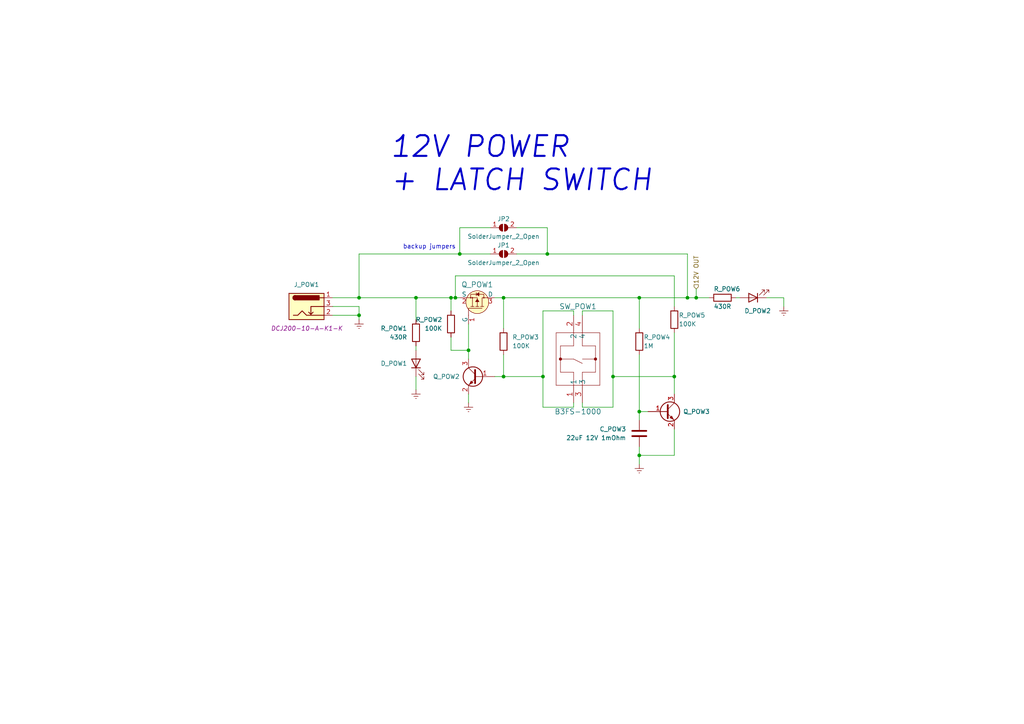
<source format=kicad_sch>
(kicad_sch (version 20211123) (generator eeschema)
  (paper "A4")
  (title_block (title "E-TKT") (date "2022-07-21") (rev "3") (company "Andrei Speridiao"))
  (lib_symbols
    (symbol "2022-07-12_23-59-33:B3FS-1000" (pin_names (offset 0.254))
      (property "Reference" "SW" (at 20.32 10.16 0))
      (property "Value" "B3FS-1000" (at 20.32 7.62 0))
      (symbol "B3FS-1000_1_1"
        (polyline (pts (xy 12.7 -7.62) (xy 27.94 -7.62)) (stroke (width 0.127)))
        (polyline (pts (xy 12.7 -2.54) (xy 16.51 -2.54)) (stroke (width 0.127)))
        (polyline (pts (xy 12.7 0) (xy 16.51 0)) (stroke (width 0.127)))
        (polyline (pts (xy 12.7 5.08) (xy 12.7 -7.62)) (stroke (width 0.127)))
        (polyline (pts (xy 16.51 -6.35) (xy 24.13 -6.35)) (stroke (width 0.127)))
        (polyline (pts (xy 16.51 -2.54) (xy 16.51 -6.35)) (stroke (width 0.127)))
        (polyline (pts (xy 16.51 0) (xy 16.51 3.81)) (stroke (width 0.127)))
        (polyline (pts (xy 20.32 -2.54) (xy 20.32 -6.35)) (stroke (width 0.127)))
        (polyline (pts (xy 20.32 0) (xy 19.05 -2.54)) (stroke (width 0.127)))
        (polyline (pts (xy 20.32 3.81) (xy 20.32 0)) (stroke (width 0.127)))
        (polyline (pts (xy 24.13 -6.35) (xy 24.13 -2.54)) (stroke (width 0.127)))
        (polyline (pts (xy 24.13 -2.54) (xy 27.94 -2.54)) (stroke (width 0.127)))
        (polyline (pts (xy 24.13 0) (xy 24.13 3.81)) (stroke (width 0.127)))
        (polyline (pts (xy 24.13 3.81) (xy 16.51 3.81)) (stroke (width 0.127)))
        (polyline (pts (xy 27.94 -7.62) (xy 27.94 5.08)) (stroke (width 0.127)))
        (polyline (pts (xy 27.94 0) (xy 24.13 0)) (stroke (width 0.127)))
        (polyline (pts (xy 27.94 5.08) (xy 12.7 5.08)) (stroke (width 0.127)))
        (arc (start 20.066 -6.35) (mid 20.574 -6.35) (end 20.066 -6.35) (stroke (width 0.381)))
        (arc (start 20.066 3.81) (mid 20.574 3.81) (end 20.066 3.81) (stroke (width 0.381)))
        (circle (center 20.32 -6.35) (radius 0.254) (stroke (width 0.381)))
        (circle (center 20.32 3.81) (radius 0.254) (stroke (width 0.381)))
        (pin unspecified line (at 7.62 0 0) (length 5) (name "1") (number "1"))
        (pin unspecified line (at 33.02 0 180) (length 5) (name "2") (number "2"))
        (pin unspecified line (at 7.62 -2.54 0) (length 5) (name "3") (number "3"))
        (pin unspecified line (at 33.02 -2.54 180) (length 5) (name "4") (number "4"))
      )
    )
    (symbol "Connector:Barrel_Jack_Switch" (pin_names hide)
      (property "Reference" "J" (at 0 5.334 0))
      (property "Value" "Barrel_Jack_Switch" (at 0 -5.08 0))
      (symbol "Barrel_Jack_Switch_0_1"
        (rectangle (start -5.08 3.81) (end 5.08 -3.81) (stroke (width 0.254)) (fill (type background)))
        (arc (start -3.302 3.175) (mid -3.937 2.54) (end -3.302 1.905) (stroke (width 0.254)))
        (arc (start -3.302 3.175) (mid -3.937 2.54) (end -3.302 1.905) (stroke (width 0.254)) (fill (type outline)))
        (polyline (pts (xy 1.27 -2.286) (xy 1.905 -1.651)) (stroke (width 0.254)))
        (polyline (pts (xy 5.08 2.54) (xy 3.81 2.54)) (stroke (width 0.254)))
        (polyline (pts (xy 5.08 0) (xy 1.27 0) (xy 1.27 -2.286) (xy 0.635 -1.651)) (stroke (width 0.254)))
        (polyline (pts (xy -3.81 -2.54) (xy -2.54 -2.54) (xy -1.27 -1.27) (xy 0 -2.54) (xy 2.54 -2.54) (xy 5.08 -2.54)) (stroke (width 0.254)))
        (rectangle (start 3.683 3.175) (end -3.302 1.905) (stroke (width 0.254)) (fill (type outline)))
      )
      (symbol "Barrel_Jack_Switch_1_1"
        (pin passive line (at 7.62 2.54 180) (length 2.54) (name "~") (number "1"))
        (pin passive line (at 7.62 -2.54 180) (length 2.54) (name "~") (number "2"))
        (pin passive line (at 7.62 0 180) (length 2.54) (name "~") (number "3"))
      )
    )
    (symbol "Device:C" (pin_numbers hide) (pin_names (offset 0.254))
      (property "Reference" "C" (at 0.635 2.54 0))
      (property "Value" "C" (at 0.635 -2.54 0))
      (symbol "C_0_1"
        (polyline (pts (xy -2.032 -0.762) (xy 2.032 -0.762)) (stroke (width 0.508)))
        (polyline (pts (xy -2.032 0.762) (xy 2.032 0.762)) (stroke (width 0.508)))
      )
      (symbol "C_1_1"
        (pin passive line (at 0 3.81 270) (length 2.794) (name "~") (number "1"))
        (pin passive line (at 0 -3.81 90) (length 2.794) (name "~") (number "2"))
      )
    )
    (symbol "Device:LED" (pin_numbers hide) (pin_names (offset 1.016) hide)
      (property "Reference" "D" (at 0 2.54 0))
      (property "Value" "LED" (at 0 -2.54 0))
      (symbol "LED_0_1"
        (polyline (pts (xy -1.27 -1.27) (xy -1.27 1.27)) (stroke (width 0.254)))
        (polyline (pts (xy -1.27 0) (xy 1.27 0)))
        (polyline (pts (xy 1.27 -1.27) (xy 1.27 1.27) (xy -1.27 0) (xy 1.27 -1.27)) (stroke (width 0.254)))
        (polyline (pts (xy -3.048 -0.762) (xy -4.572 -2.286) (xy -3.81 -2.286) (xy -4.572 -2.286) (xy -4.572 -1.524)))
        (polyline (pts (xy -1.778 -0.762) (xy -3.302 -2.286) (xy -2.54 -2.286) (xy -3.302 -2.286) (xy -3.302 -1.524)))
      )
      (symbol "LED_1_1"
        (pin passive line (at -3.81 0 0) (length 2.54) (name "K") (number "1"))
        (pin passive line (at 3.81 0 180) (length 2.54) (name "A") (number "2"))
      )
    )
    (symbol "Device:R" (pin_numbers hide) (pin_names (offset 0))
      (property "Reference" "R" (at 2.032 0 90))
      (property "Value" "R" (at 0 0 90))
      (symbol "R_0_1"
        (rectangle (start -1.016 -2.54) (end 1.016 2.54) (stroke (width 0.254)))
      )
      (symbol "R_1_1"
        (pin passive line (at 0 3.81 270) (length 1.27) (name "~") (number "1"))
        (pin passive line (at 0 -3.81 90) (length 1.27) (name "~") (number "2"))
      )
    )
    (symbol "Jumper:SolderJumper_2_Open" (pin_names (offset 0) hide)
      (property "Reference" "JP" (at 0 2.032 0))
      (property "Value" "SolderJumper_2_Open" (at 0 -2.54 0))
      (symbol "SolderJumper_2_Open_0_1"
        (arc (start -0.254 1.016) (mid -1.27 0) (end -0.254 -1.016))
        (arc (start -0.254 1.016) (mid -1.27 0) (end -0.254 -1.016) (fill (type outline)))
        (polyline (pts (xy -0.254 1.016) (xy -0.254 -1.016)))
        (polyline (pts (xy 0.254 1.016) (xy 0.254 -1.016)))
        (arc (start 0.254 -1.016) (mid 1.27 0) (end 0.254 1.016))
        (arc (start 0.254 -1.016) (mid 1.27 0) (end 0.254 1.016) (fill (type outline)))
      )
      (symbol "SolderJumper_2_Open_1_1"
        (pin passive line (at -3.81 0 0) (length 2.54) (name "A") (number "1"))
        (pin passive line (at 3.81 0 180) (length 2.54) (name "B") (number "2"))
      )
    )
    (symbol "Transistor_BJT:2SC4213" (pin_names (offset 0) hide)
      (property "Reference" "Q" (at 5.08 1.905 0))
      (property "Value" "2SC4213" (at 5.08 0 0))
      (symbol "2SC4213_0_1"
        (polyline (pts (xy 0.635 0.635) (xy 2.54 2.54)))
        (polyline (pts (xy 0.635 -0.635) (xy 2.54 -2.54) (xy 2.54 -2.54)))
        (polyline (pts (xy 0.635 1.905) (xy 0.635 -1.905) (xy 0.635 -1.905)) (stroke (width 0.508)))
        (polyline (pts (xy 1.27 -1.778) (xy 1.778 -1.27) (xy 2.286 -2.286) (xy 1.27 -1.778) (xy 1.27 -1.778)) (fill (type outline)))
        (circle (center 1.27 0) (radius 2.8194) (stroke (width 0.254)))
      )
      (symbol "2SC4213_1_1"
        (pin input line (at -5.08 0 0) (length 5.715) (name "B") (number "1"))
        (pin passive line (at 2.54 -5.08 90) (length 2.54) (name "E") (number "2"))
        (pin passive line (at 2.54 5.08 270) (length 2.54) (name "C") (number "3"))
      )
    )
    (symbol "dk_Transistors-FETs-MOSFETs-Single:AO3401A" (pin_names (offset 0))
      (property "Reference" "Q" (at -2.6924 3.6322 0))
      (property "Value" "AO3401A" (at 3.4544 0 90))
      (symbol "AO3401A_0_1"
        (circle (center -1.27 0) (radius 3.302) (fill (type background)))
        (circle (center 0 -1.905) (radius 0.127))
        (circle (center 0 -1.397) (radius 0.127))
        (polyline (pts (xy 0 -1.397) (xy -2.54 -1.397)))
        (polyline (pts (xy -5.08 -2.54) (xy -3.048 -2.54) (xy -3.048 1.397)))
        (polyline (pts (xy 0 -2.54) (xy 0 0) (xy -2.54 0)))
        (polyline (pts (xy 0 2.54) (xy 0 1.397) (xy -2.54 1.397)))
        (polyline (pts (xy -0.127 -1.905) (xy 1.016 -1.905) (xy 1.016 1.397) (xy 1.016 1.905) (xy -0.127 1.905)))
        (circle (center 0 1.905) (radius 0.127))
      )
      (symbol "AO3401A_1_1"
        (polyline (pts (xy -2.54 -1.397) (xy -2.54 -1.905)))
        (polyline (pts (xy -2.54 -1.397) (xy -2.54 -0.889)))
        (polyline (pts (xy -2.54 0) (xy -2.54 -0.508)))
        (polyline (pts (xy -2.54 0) (xy -2.54 0.508)))
        (polyline (pts (xy -2.54 1.905) (xy -2.54 0.889)))
        (polyline (pts (xy 1.524 -0.3048) (xy 0.508 -0.3048)))
        (polyline (pts (xy -0.381 0) (xy -1.143 0.508) (xy -1.143 -0.508) (xy -0.381 0)) (fill (type outline)))
        (polyline (pts (xy 1.016 -0.254) (xy 0.508 0.508) (xy 1.524 0.508) (xy 1.016 -0.254)) (fill (type outline)))
        (pin bidirectional line (at -7.62 -2.54 0) (length 2.54) (name "G") (number "1"))
        (pin bidirectional line (at 0 -5.08 90) (length 2.54) (name "S") (number "2"))
        (pin bidirectional line (at 0 5.08 270) (length 2.54) (name "D") (number "3"))
      )
    )
    (symbol "power:GNDREF" (power) (pin_names (offset 0))
      (property "Value" "GNDREF" (at 0 -3.81 0))
      (symbol "GNDREF_0_1"
        (polyline (pts (xy -0.635 -1.905) (xy 0.635 -1.905)))
        (polyline (pts (xy -0.127 -2.54) (xy 0.127 -2.54)))
        (polyline (pts (xy 0 -1.27) (xy 0 0)))
        (polyline (pts (xy 1.27 -1.27) (xy -1.27 -1.27)))
      )
      (symbol "GNDREF_1_1"
        (pin power_in line (at 0 0 270) (length 0) hide (name "GNDREF") (number "1"))
      )
    )
  )
  (junction (at 201.93 86.36))
  (junction (at 158.75 73.66))
  (junction (at 130.81 86.36))
  (junction (at 104.14 86.36))
  (junction (at 120.65 86.36))
  (junction (at 177.8 109.22))
  (junction (at 157.48 109.22))
  (junction (at 104.14 91.44))
  (junction (at 146.05 86.36))
  (junction (at 195.58 109.22))
  (junction (at 199.39 86.36))
  (junction (at 132.08 86.36))
  (junction (at 185.42 119.38))
  (junction (at 146.05 109.22))
  (junction (at 135.89 101.6))
  (junction (at 185.42 132.08))
  (junction (at 133.35 73.66))
  (junction (at 185.42 86.36))
  (wire (pts (xy 177.8 109.22) (xy 195.58 109.22)))
  (wire (pts (xy 227.33 86.36) (xy 227.33 88.9)))
  (wire (pts (xy 158.75 66.04) (xy 158.75 73.66)))
  (wire (pts (xy 158.75 73.66) (xy 199.39 73.66)))
  (wire (pts (xy 104.14 86.36) (xy 120.65 86.36)))
  (wire (pts (xy 130.81 86.36) (xy 132.08 86.36)))
  (wire (pts (xy 195.58 109.22) (xy 195.58 114.3)))
  (wire (pts (xy 168.91 90.17) (xy 168.91 91.44)))
  (wire (pts (xy 143.51 109.22) (xy 146.05 109.22)))
  (wire (pts (xy 149.86 66.04) (xy 158.75 66.04)))
  (wire (pts (xy 143.51 86.36) (xy 146.05 86.36)))
  (wire (pts (xy 195.58 132.08) (xy 185.42 132.08)))
  (wire (pts (xy 185.42 119.38) (xy 185.42 121.92)))
  (wire (pts (xy 104.14 88.9) (xy 104.14 91.44)))
  (wire (pts (xy 149.86 73.66) (xy 158.75 73.66)))
  (wire (pts (xy 135.89 116.84) (xy 135.89 114.3)))
  (wire (pts (xy 120.65 109.22) (xy 120.65 113.03)))
  (wire (pts (xy 177.8 90.17) (xy 177.8 109.22)))
  (wire (pts (xy 133.35 86.36) (xy 132.08 86.36)))
  (wire (pts (xy 177.8 118.11) (xy 177.8 109.22)))
  (wire (pts (xy 96.52 91.44) (xy 104.14 91.44)))
  (wire (pts (xy 201.93 83.82) (xy 201.93 86.36)))
  (wire (pts (xy 130.81 86.36) (xy 130.81 90.17)))
  (wire (pts (xy 146.05 109.22) (xy 146.05 102.87)))
  (wire (pts (xy 146.05 86.36) (xy 146.05 95.25)))
  (wire (pts (xy 199.39 86.36) (xy 201.93 86.36)))
  (wire (pts (xy 135.89 101.6) (xy 135.89 104.14)))
  (wire (pts (xy 166.37 116.84) (xy 166.37 118.11)))
  (wire (pts (xy 168.91 90.17) (xy 177.8 90.17)))
  (wire (pts (xy 133.35 73.66) (xy 104.14 73.66)))
  (wire (pts (xy 185.42 129.54) (xy 185.42 132.08)))
  (wire (pts (xy 120.65 86.36) (xy 130.81 86.36)))
  (wire (pts (xy 195.58 124.46) (xy 195.58 132.08)))
  (wire (pts (xy 166.37 90.17) (xy 157.48 90.17)))
  (wire (pts (xy 222.25 86.36) (xy 227.33 86.36)))
  (wire (pts (xy 185.42 102.87) (xy 185.42 119.38)))
  (wire (pts (xy 157.48 118.11) (xy 157.48 109.22)))
  (wire (pts (xy 168.91 118.11) (xy 177.8 118.11)))
  (wire (pts (xy 146.05 86.36) (xy 185.42 86.36)))
  (wire (pts (xy 195.58 96.52) (xy 195.58 109.22)))
  (wire (pts (xy 104.14 73.66) (xy 104.14 86.36)))
  (wire (pts (xy 135.89 93.98) (xy 135.89 101.6)))
  (wire (pts (xy 214.63 86.36) (xy 213.36 86.36)))
  (wire (pts (xy 187.96 119.38) (xy 185.42 119.38)))
  (wire (pts (xy 185.42 86.36) (xy 185.42 95.25)))
  (wire (pts (xy 185.42 86.36) (xy 199.39 86.36)))
  (wire (pts (xy 142.24 66.04) (xy 133.35 66.04)))
  (wire (pts (xy 130.81 101.6) (xy 135.89 101.6)))
  (wire (pts (xy 157.48 118.11) (xy 166.37 118.11)))
  (wire (pts (xy 146.05 109.22) (xy 157.48 109.22)))
  (wire (pts (xy 185.42 132.08) (xy 185.42 134.62)))
  (wire (pts (xy 96.52 88.9) (xy 104.14 88.9)))
  (wire (pts (xy 157.48 90.17) (xy 157.48 109.22)))
  (wire (pts (xy 201.93 86.36) (xy 205.74 86.36)))
  (wire (pts (xy 120.65 86.36) (xy 120.65 92.71)))
  (wire (pts (xy 166.37 90.17) (xy 166.37 91.44)))
  (wire (pts (xy 195.58 88.9) (xy 195.58 80.01)))
  (wire (pts (xy 142.24 73.66) (xy 133.35 73.66)))
  (wire (pts (xy 104.14 91.44) (xy 104.14 92.71)))
  (wire (pts (xy 199.39 73.66) (xy 199.39 86.36)))
  (wire (pts (xy 132.08 80.01) (xy 132.08 86.36)))
  (wire (pts (xy 130.81 97.79) (xy 130.81 101.6)))
  (wire (pts (xy 96.52 86.36) (xy 104.14 86.36)))
  (wire (pts (xy 195.58 80.01) (xy 132.08 80.01)))
  (wire (pts (xy 133.35 66.04) (xy 133.35 73.66)))
  (wire (pts (xy 120.65 101.6) (xy 120.65 100.33)))
  (wire (pts (xy 168.91 116.84) (xy 168.91 118.11)))
  (text "backup jumpers" (at 116.84 72.39 0) (effects (font (size 1.27 1.27)) (justify left bottom)))
  (text "12V POWER\n+ LATCH SWITCH" (at 113.03 55.88 0) (effects (font (size 6 6) (thickness 0.6) bold italic) (justify left bottom)))
  (hierarchical_label "12V OUT" (shape input) (at 201.93 83.82 90))
  (symbol (lib_id "power:GNDREF") (at 104.14 92.71 0) (unit 1)
    (property "Reference" "#PWR0117" (effects hide))
    (property "Value" "GNDREF" (effects hide))
  )
  (symbol (lib_id "power:GNDREF") (at 185.42 134.62 0) (unit 1)
    (property "Reference" "#PWR0195" (effects hide))
    (property "Value" "GNDREF" (effects hide))
  )
  (symbol (lib_id "Transistor_BJT:2SC4213") (at 193.04 119.38 0) (unit 1)
    (property "Reference" "Q_POW3" (at 198.12 119.38 0) (effects (justify left)))
    (property "Value" "MMBT3904,215" (effects hide))
    (property "Footprint" "Package_TO_SOT_SMD:SOT-23_Handsoldering" (effects hide))
    (property "Datasheet" "https://br.mouser.com/datasheet/2/916/MMBT3904-1365817.pdf" (effects hide))
    (property "#" "MMBT3904,215" (effects hide))
    (property "Description" "BJT" (effects hide))
    (property "Group" "Latch power" (effects hide))
    (property "Mouser" "OK" (effects hide))
  )
  (symbol (lib_id "Device:C") (at 185.42 125.73 0) (unit 1)
    (property "Reference" "C_POW3" (at 181.61 124.46 0) (effects (justify right)))
    (property "Value" "22uF 12V 1mOhm" (at 181.61 127 0) (effects (justify right)))
    (property "Footprint" "Capacitor_SMD:C_0603_1608Metric_Pad1.08x0.95mm_HandSolder" (effects hide))
    (property "Datasheet" "https://br.mouser.com/datasheet/2/585/MLCC-1837944.pdf" (effects hide))
    (property "#" "CL10A226MO7JZNC" (effects hide))
    (property "Description" "Debounce" (effects hide))
    (property "Group" "Latch power" (effects hide))
    (property "Obs" "wes" (effects hide))
    (property "Mouser" "OK" (effects hide))
  )
  (symbol (lib_id "Jumper:SolderJumper_2_Open") (at 146.05 66.04 0) (unit 1)
    (property "Reference" "JP2" (at 146.05 63.5 0))
    (property "Value" "SolderJumper_2_Open" (at 146.05 68.58 0))
    (property "Footprint" "Jumper:SolderJumper-2_P1.3mm_Open_Pad1.0x1.5mm" (effects hide))
  )
  (symbol (lib_id "dk_Transistors-FETs-MOSFETs-Single:AO3401A") (at 138.43 86.36 270) (mirror x) (unit 1)
    (property "Reference" "Q_POW1" (at 138.43 82.55 90) (effects (font (size 1.524 1.524))))
    (property "Value" "SQ2351ES-T1_GE3" (effects hide))
    (property "Footprint" "Package_TO_SOT_SMD:SOT-23_Handsoldering" (effects hide))
    (property "Datasheet" "https://br.mouser.com/datasheet/2/427/sq2351es-1764982.pdf" (effects hide))
    (property "#" "SQ2351ES-T1_GE3" (effects hide))
    (property "Description" "MOSFET P-CH 20V 3.2A SOT23-3" (effects hide))
    (property "Group" "Latch power" (effects hide))
    (property "Mouser" "OK" (effects hide))
  )
  (symbol (lib_id "Device:R") (at 195.58 92.71 180) (unit 1)
    (property "Reference" "R_POW5" (at 196.85 91.44 0) (effects (justify right)))
    (property "Value" "100K" (at 196.85 93.98 0) (effects (justify right)))
    (property "Footprint" "Resistor_SMD:R_0603_1608Metric_Pad0.98x0.95mm_HandSolder" (effects hide))
    (property "Datasheet" "https://br.mouser.com/datasheet/2/54/chp_a-1858677.pdf" (effects hide))
    (property "#" "CHP0603AFX-1003ELF" (effects hide))
    (property "Group" "Latch power" (effects hide))
    (property "Obs" "wes" (effects hide))
    (property "Mouser" "OK" (effects hide))
  )
  (symbol (lib_id "power:GNDREF") (at 227.33 88.9 0) (unit 1)
    (property "Reference" "#PWR0119" (effects hide))
    (property "Value" "GNDREF" (effects hide))
  )
  (symbol (lib_id "power:GNDREF") (at 135.89 116.84 0) (unit 1)
    (property "Reference" "#PWR0187" (effects hide))
    (property "Value" "GNDREF" (effects hide))
  )
  (symbol (lib_id "power:GNDREF") (at 120.65 113.03 0) (unit 1)
    (property "Reference" "#PWR0186" (effects hide))
    (property "Value" "GNDREF" (effects hide))
  )
  (symbol (lib_id "Device:R") (at 185.42 99.06 180) (unit 1)
    (property "Reference" "R_POW4" (at 186.69 97.79 0) (effects (justify right)))
    (property "Value" "1M" (at 186.69 100.33 0) (effects (justify right)))
    (property "Footprint" "Resistor_SMD:R_0603_1608Metric_Pad0.98x0.95mm_HandSolder" (effects hide))
    (property "Datasheet" "https://br.mouser.com/datasheet/2/54/cmp_a-1869326.pdf" (effects hide))
    (property "#" "CMP0603AFX-1004ELF" (effects hide))
    (property "Group" "Latch power" (effects hide))
    (property "Obs" "wes" (effects hide))
    (property "Mouser" "OK" (effects hide))
  )
  (symbol (lib_id "Connector:Barrel_Jack_Switch") (at 88.9 88.9 0) (unit 1)
    (property "Reference" "J_POW1" (at 88.9 82.55 0))
    (property "Value" "Barrel_Jack_Switch" (effects hide))
    (property "Footprint" "SnapEDA Library:BarrelJack_GCT_DCJ200-10-A_Horizontal" (effects hide))
    (property "Datasheet" "https://br.mouser.com/datasheet/2/837/DCJ200_10-2888303.pdf" (effects hide))
    (property "#" "DCJ200-10-A-K1-K" (at 88.9 95.25 0) (effects (font italic)))
    (property "Description" "DC jack" (effects hide))
    (property "Group" "Master power" (effects hide))
    (property "Mouser" "OK" (effects hide))
  )
  (symbol (lib_id "Device:LED") (at 218.44 86.36 180) (unit 1)
    (property "Reference" "D_POW2" (at 215.9 90.17 0) (effects (justify right)))
    (property "Value" "LED white" (effects hide))
    (property "Footprint" "LED_SMD:LED_0603_1608Metric_Pad1.05x0.95mm_HandSolder" (effects hide))
    (property "Datasheet" "https://br.mouser.com/datasheet/2/348/smld12-e-1874545.pdf" (effects hide))
    (property "#" "SMLD12WBN1W1" (effects hide))
    (property "Description" "LED on" (effects hide))
    (property "Group" "Master power" (effects hide))
    (property "Mouser" "OK" (effects hide))
  )
  (symbol (lib_id "Device:R") (at 209.55 86.36 90) (unit 1)
    (property "Reference" "R_POW6" (at 207.01 83.82 90) (effects (justify right)))
    (property "Value" "430R" (at 207.01 88.9 90) (effects (justify right)))
    (property "Footprint" "Resistor_SMD:R_0603_1608Metric_Pad0.98x0.95mm_HandSolder" (effects hide))
    (property "Datasheet" "https://br.mouser.com/datasheet/2/54/cr-1858361.pdf" (effects hide))
    (property "#" "CR0603-JW-431ELF" (effects hide))
    (property "Description" "LED series resistor" (effects hide))
    (property "Group" "Master power" (effects hide))
    (property "Obs" "wes" (effects hide))
    (property "Mouser" "OK" (effects hide))
  )
  (symbol (lib_id "2022-07-12_23-59-33:B3FS-1000") (at 166.37 124.46 90) (unit 1)
    (property "Reference" "SW_POW1" (at 167.64 88.9 90) (effects (font (size 1.524 1.524))))
    (property "Value" "B3FS-1000" (at 167.64 119.38 90) (effects (font (size 1.524 1.524))))
    (property "Footprint" "b3fs:B3FS-1000" (effects hide))
    (property "Datasheet" "https://br.mouser.com/datasheet/2/307/omron_B3FS-1189765.pdf" (effects hide))
    (property "#" "B3FS-1000" (effects hide))
    (property "Description" "On-off switch" (effects hide))
    (property "Group" "Latch power" (effects hide))
    (property "Mouser" "OK" (effects hide))
  )
  (symbol (lib_id "Device:LED") (at 120.65 105.41 90) (unit 1)
    (property "Reference" "D_POW1" (at 118.11 105.41 90) (effects (justify left)))
    (property "Value" "LED white" (effects hide))
    (property "Footprint" "LED_SMD:LED_0603_1608Metric_Pad1.05x0.95mm_HandSolder" (effects hide))
    (property "Datasheet" "https://br.mouser.com/datasheet/2/348/smld12-e-1874545.pdf" (effects hide))
    (property "#" "SMLD12WBN1W1" (effects hide))
    (property "Description" "LED standby" (effects hide))
    (property "Group" "Latch power" (effects hide))
    (property "Mouser" "OK" (effects hide))
  )
  (symbol (lib_id "Device:R") (at 120.65 96.52 0) (unit 1)
    (property "Reference" "R_POW1" (at 118.11 95.25 0) (effects (justify right)))
    (property "Value" "430R" (at 118.11 97.79 0) (effects (justify right)))
    (property "Footprint" "Resistor_SMD:R_0603_1608Metric_Pad0.98x0.95mm_HandSolder" (effects hide))
    (property "Datasheet" "https://br.mouser.com/datasheet/2/54/cr-1858361.pdf" (effects hide))
    (property "#" "CR0603-JW-431ELF" (effects hide))
    (property "Description" "LED series resistor" (effects hide))
    (property "Group" "Latch power" (effects hide))
    (property "Obs" "wes" (effects hide))
    (property "Mouser" "OK" (effects hide))
  )
  (symbol (lib_id "Jumper:SolderJumper_2_Open") (at 146.05 73.66 0) (unit 1)
    (property "Reference" "JP1" (at 146.05 71.12 0))
    (property "Value" "SolderJumper_2_Open" (at 146.05 76.2 0))
    (property "Footprint" "Jumper:SolderJumper-2_P1.3mm_Open_Pad1.0x1.5mm" (effects hide))
  )
  (symbol (lib_id "Device:R") (at 146.05 99.06 180) (unit 1)
    (property "Reference" "R_POW3" (at 148.59 97.79 0) (effects (justify right)))
    (property "Value" "100K" (at 148.59 100.33 0) (effects (justify right)))
    (property "Footprint" "Resistor_SMD:R_0603_1608Metric_Pad0.98x0.95mm_HandSolder" (effects hide))
    (property "Datasheet" "https://br.mouser.com/datasheet/2/54/chp_a-1858677.pdf" (effects hide))
    (property "#" "CHP0603AFX-1003ELF" (effects hide))
    (property "Group" "Latch power" (effects hide))
    (property "Obs" "wes" (effects hide))
    (property "Mouser" "OK" (effects hide))
  )
  (symbol (lib_id "Device:R") (at 130.81 93.98 180) (unit 1)
    (property "Reference" "R_POW2" (at 128.27 92.71 0) (effects (justify left)))
    (property "Value" "100K" (at 128.27 95.25 0) (effects (justify left)))
    (property "Footprint" "Resistor_SMD:R_0603_1608Metric_Pad0.98x0.95mm_HandSolder" (effects hide))
    (property "Datasheet" "https://br.mouser.com/datasheet/2/54/chp_a-1858677.pdf" (effects hide))
    (property "#" "CHP0603AFX-1003ELF" (effects hide))
    (property "Group" "Latch power" (effects hide))
    (property "Obs" "wes" (effects hide))
    (property "Mouser" "OK" (effects hide))
  )
  (symbol (lib_id "Transistor_BJT:2SC4213") (at 138.43 109.22 0) (mirror y) (unit 1)
    (property "Reference" "Q_POW2" (at 133.35 109.22 0) (effects (justify left)))
    (property "Value" "MMBT3904,215" (effects hide))
    (property "Footprint" "Package_TO_SOT_SMD:SOT-23_Handsoldering" (effects hide))
    (property "Datasheet" "https://br.mouser.com/datasheet/2/916/MMBT3904-1365817.pdf" (effects hide))
    (property "#" "MMBT3904,215" (effects hide))
    (property "Description" "BJT" (effects hide))
    (property "Group" "Latch power" (effects hide))
    (property "Mouser" "OK" (effects hide))
  )
)
</source>
